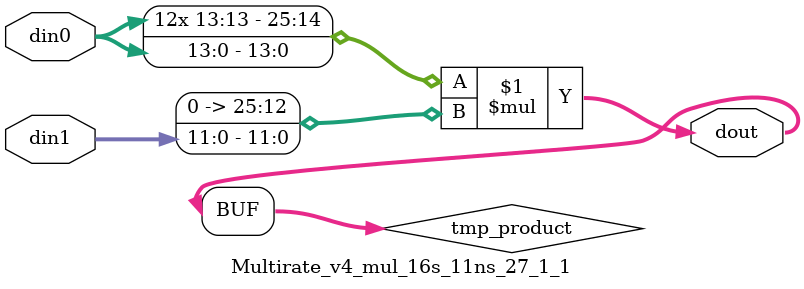
<source format=v>

`timescale 1 ns / 1 ps

 module Multirate_v4_mul_16s_11ns_27_1_1(din0, din1, dout);
parameter ID = 1;
parameter NUM_STAGE = 0;
parameter din0_WIDTH = 14;
parameter din1_WIDTH = 12;
parameter dout_WIDTH = 26;

input [din0_WIDTH - 1 : 0] din0; 
input [din1_WIDTH - 1 : 0] din1; 
output [dout_WIDTH - 1 : 0] dout;

wire signed [dout_WIDTH - 1 : 0] tmp_product;


























assign tmp_product = $signed(din0) * $signed({1'b0, din1});









assign dout = tmp_product;





















endmodule

</source>
